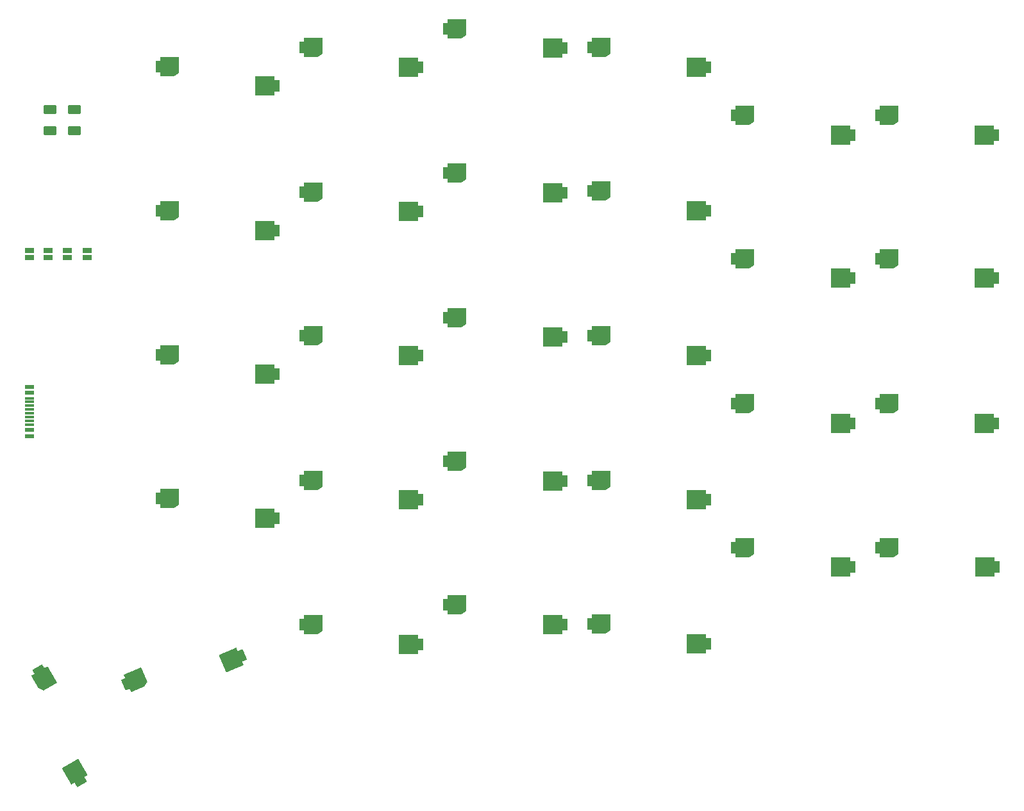
<source format=gtp>
G04 #@! TF.GenerationSoftware,KiCad,Pcbnew,9.0.0*
G04 #@! TF.CreationDate,2025-03-10T16:50:29+08:00*
G04 #@! TF.ProjectId,SofleKeyboard,536f666c-654b-4657-9962-6f6172642e6b,rev?*
G04 #@! TF.SameCoordinates,Original*
G04 #@! TF.FileFunction,Paste,Top*
G04 #@! TF.FilePolarity,Positive*
%FSLAX46Y46*%
G04 Gerber Fmt 4.6, Leading zero omitted, Abs format (unit mm)*
G04 Created by KiCad (PCBNEW 9.0.0) date 2025-03-10 16:50:29*
%MOMM*%
%LPD*%
G01*
G04 APERTURE LIST*
G04 Aperture macros list*
%AMRoundRect*
0 Rectangle with rounded corners*
0 $1 Rounding radius*
0 $2 $3 $4 $5 $6 $7 $8 $9 X,Y pos of 4 corners*
0 Add a 4 corners polygon primitive as box body*
4,1,4,$2,$3,$4,$5,$6,$7,$8,$9,$2,$3,0*
0 Add four circle primitives for the rounded corners*
1,1,$1+$1,$2,$3*
1,1,$1+$1,$4,$5*
1,1,$1+$1,$6,$7*
1,1,$1+$1,$8,$9*
0 Add four rect primitives between the rounded corners*
20,1,$1+$1,$2,$3,$4,$5,0*
20,1,$1+$1,$4,$5,$6,$7,0*
20,1,$1+$1,$6,$7,$8,$9,0*
20,1,$1+$1,$8,$9,$2,$3,0*%
%AMFreePoly0*
4,1,19,2.735355,1.235355,2.750000,1.200000,2.750000,-0.800000,2.735355,-0.835355,2.727735,-0.841603,2.127735,-1.241603,2.100000,-1.250000,0.300000,-1.250000,0.264645,-1.235355,0.250000,-1.200000,0.250000,-0.750000,-0.350000,-0.750000,-0.350000,0.750000,0.250000,0.750000,0.250000,1.200000,0.264645,1.235355,0.300000,1.250000,2.700000,1.250000,2.735355,1.235355,2.735355,1.235355,
$1*%
%AMFreePoly1*
4,1,17,-0.364645,1.235355,-0.350000,1.200000,-0.350000,0.750000,0.350000,0.750000,0.350000,-0.750000,-0.350000,-0.750000,-0.350000,-1.200000,-0.364645,-1.235355,-0.400000,-1.250000,-2.800000,-1.250000,-2.835355,-1.235355,-2.850000,-1.200000,-2.850000,1.200000,-2.835355,1.235355,-2.800000,1.250000,-0.400000,1.250000,-0.364645,1.235355,-0.364645,1.235355,$1*%
G04 Aperture macros list end*
%ADD10R,1.143000X0.635000*%
%ADD11FreePoly0,0.000000*%
%ADD12FreePoly1,0.000000*%
%ADD13FreePoly0,300.000000*%
%ADD14FreePoly1,300.000000*%
%ADD15FreePoly0,23.000000*%
%ADD16FreePoly1,23.000000*%
%ADD17R,1.300000X0.600000*%
%ADD18R,1.300000X0.300000*%
%ADD19RoundRect,0.250000X-0.625000X0.375000X-0.625000X-0.375000X0.625000X-0.375000X0.625000X0.375000X0*%
G04 APERTURE END LIST*
D10*
X103900000Y-70200380D03*
X103900000Y-69199620D03*
X101300000Y-70200380D03*
X101300000Y-69199620D03*
X98800000Y-70200380D03*
X98800000Y-69199620D03*
D11*
X113300000Y-44900000D03*
D12*
X129000000Y-47500000D03*
D11*
X113300000Y-64000000D03*
D12*
X129000000Y-66600000D03*
D11*
X113300000Y-83000000D03*
D12*
X129000000Y-85600000D03*
D11*
X113300000Y-102000000D03*
D12*
X129000000Y-104600000D03*
D13*
X97516730Y-124624617D03*
D14*
X103115064Y-139521216D03*
D15*
X108979636Y-126518689D03*
D16*
X124447463Y-122777523D03*
D11*
X132300000Y-118700000D03*
D12*
X148000000Y-121300000D03*
D11*
X151300000Y-116100000D03*
D12*
X167000000Y-118700000D03*
D10*
X96300000Y-70200380D03*
X96300000Y-69199620D03*
D11*
X132300000Y-80500000D03*
D12*
X148000000Y-83100000D03*
D11*
X132300000Y-99600000D03*
D12*
X148000000Y-102200000D03*
D11*
X132300000Y-61500000D03*
D12*
X148000000Y-64100000D03*
D11*
X132300000Y-42400000D03*
D12*
X148000000Y-45000000D03*
D11*
X151300000Y-78100000D03*
D12*
X167000000Y-80700000D03*
D11*
X151300000Y-39910000D03*
D12*
X167000000Y-42510000D03*
D11*
X151300000Y-59000000D03*
D12*
X167000000Y-61600000D03*
D11*
X151300000Y-97100000D03*
D12*
X167000000Y-99700000D03*
D11*
X170300000Y-99600000D03*
D12*
X186000000Y-102200000D03*
D11*
X170300000Y-61400000D03*
D12*
X186000000Y-64000000D03*
D11*
X170300000Y-118600000D03*
D12*
X186000000Y-121200000D03*
D11*
X170300000Y-80500000D03*
D12*
X186000000Y-83100000D03*
D11*
X170300000Y-42400000D03*
D12*
X186000000Y-45000000D03*
D11*
X189300000Y-51400000D03*
D12*
X205000000Y-54000000D03*
D11*
X189300000Y-108500000D03*
D12*
X205000000Y-111100000D03*
D11*
X208300000Y-89500000D03*
D12*
X224000000Y-92100000D03*
D11*
X208350000Y-108500000D03*
D12*
X224050000Y-111100000D03*
D11*
X208300000Y-51400000D03*
D12*
X224000000Y-54000000D03*
D11*
X208300000Y-70300000D03*
D12*
X224000000Y-72900000D03*
D11*
X189300000Y-89500000D03*
D12*
X205000000Y-92100000D03*
D11*
X189300000Y-70300000D03*
D12*
X205000000Y-72900000D03*
D17*
X96290000Y-87262000D03*
X96290000Y-88062000D03*
D18*
X96290000Y-89262000D03*
X96290000Y-90262000D03*
X96290000Y-90762000D03*
X96290000Y-91762000D03*
D17*
X96290000Y-92962000D03*
X96290000Y-93762000D03*
X96290000Y-93762000D03*
X96290000Y-92962000D03*
D18*
X96290000Y-92262000D03*
X96290000Y-91262000D03*
X96290000Y-89762000D03*
X96290000Y-88762000D03*
D17*
X96290000Y-88062000D03*
X96290000Y-87262000D03*
D19*
X102200000Y-50610000D03*
X102200000Y-53410000D03*
X99000000Y-50610000D03*
X99000000Y-53410000D03*
M02*

</source>
